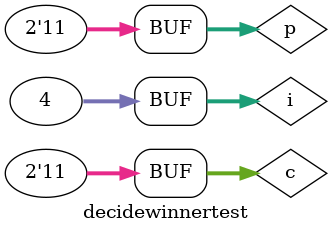
<source format=v>
`timescale 1ns / 1ps


module decidewinnertest;

	// Inputs
	reg [1:0] p;
	reg [1:0] c;
		// Outputs
	wire [1:0] win;
	wire [7:0] ssegoutput;
	wire [3:0] AN;

	// Instantiate the Unit Under Test (UUT)
	decidewinner uut (
		.p(p), 
		.c(c), 
		.win(win)
	);
	
	sseg uut2(
		.whowon(win), 
		.AN(AN), 
		.SSEG(ssegoutput)
	);
	
integer i;
	initial begin:testit
		
		
			#100;//Evade GSR
		for(i=0;i<4;i=i+1)
		begin:enloop
			integer j;
			for(j=0;j<4;j=j+1)
			begin:codeloop
				#25 p=i; c=j; //Count each input
				//Cross-test

			end
		end
	end
	
endmodule

</source>
